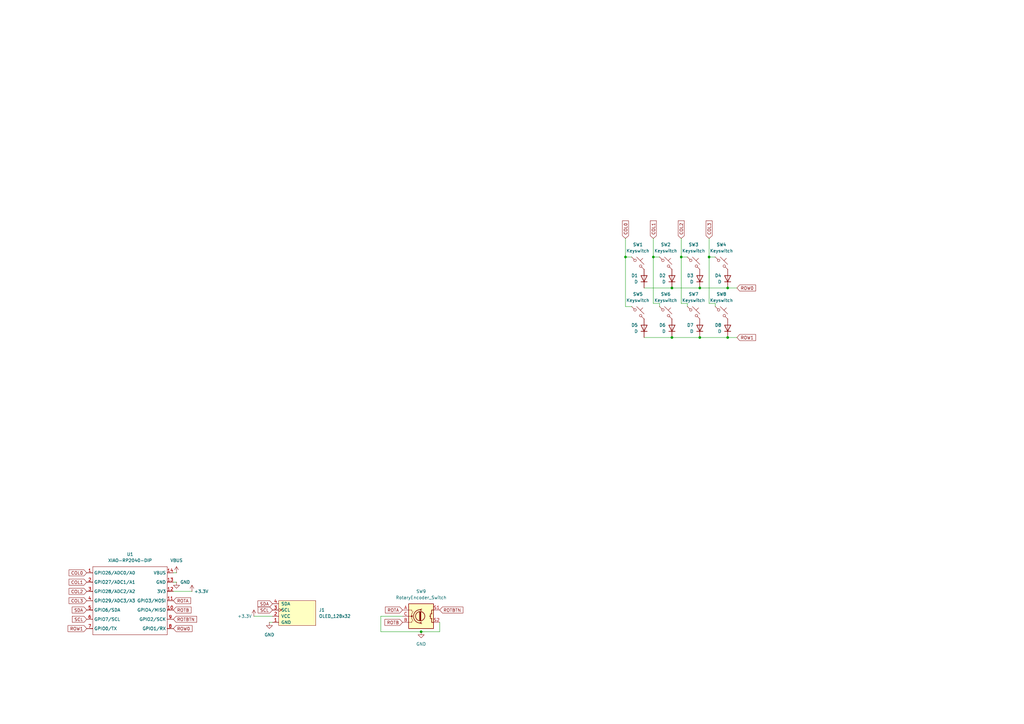
<source format=kicad_sch>
(kicad_sch (version 20231120) (generator "eeschema") (generator_version "8.0")
  (paper "A3")
  (lib_symbols
    (symbol "Device:D" (pin_numbers hide) (pin_names (offset 1.016) hide)
      (property "Reference" "D" (at 0 2.54 0))
      (property "Value" "D" (at 0 -2.54 0))
      (symbol "D_0_1"
        (polyline (pts (xy -1.27 1.27) (xy -1.27 -1.27)) (stroke (width 0.254)))
        (polyline (pts (xy 1.27 0) (xy -1.27 0)))
        (polyline (pts (xy 1.27 1.27) (xy 1.27 -1.27) (xy -1.27 0) (xy 1.27 1.27)) (stroke (width 0.254)))
      )
      (symbol "D_1_1"
        (pin passive line (at -3.81 0 0) (length 2.54) (name "K") (number "1"))
        (pin passive line (at 3.81 0 180) (length 2.54) (name "A") (number "2"))
      )
    )
    (symbol "Device:RotaryEncoder_Switch" (pin_names (offset 0.254) hide)
      (property "Reference" "SW" (at 0 6.604 0))
      (property "Value" "RotaryEncoder_Switch" (at 0 -6.604 0))
      (symbol "RotaryEncoder_Switch_0_1"
        (rectangle (start -5.08 5.08) (end 5.08 -5.08) (stroke (width 0.254)) (fill (type background)))
        (circle (center -3.81 0) (radius 0.254) (fill (type outline)))
        (circle (center -0.381 0) (radius 1.905) (stroke (width 0.254)))
        (arc (start -0.381 2.667) (mid -3.0988 -0.0635) (end -0.381 -2.794) (stroke (width 0.254)))
        (polyline (pts (xy -0.635 -1.778) (xy -0.635 1.778)) (stroke (width 0.254)))
        (polyline (pts (xy -0.381 -1.778) (xy -0.381 1.778)) (stroke (width 0.254)))
        (polyline (pts (xy -0.127 1.778) (xy -0.127 -1.778)) (stroke (width 0.254)))
        (polyline (pts (xy 3.81 0) (xy 3.429 0)) (stroke (width 0.254)))
        (polyline (pts (xy 3.81 1.016) (xy 3.81 -1.016)) (stroke (width 0.254)))
        (polyline (pts (xy -5.08 -2.54) (xy -3.81 -2.54) (xy -3.81 -2.032)))
        (polyline (pts (xy -5.08 2.54) (xy -3.81 2.54) (xy -3.81 2.032)))
        (polyline (pts (xy 0.254 -3.048) (xy -0.508 -2.794) (xy 0.127 -2.413)) (stroke (width 0.254)))
        (polyline (pts (xy 0.254 2.921) (xy -0.508 2.667) (xy 0.127 2.286)) (stroke (width 0.254)))
        (polyline (pts (xy 5.08 -2.54) (xy 4.318 -2.54) (xy 4.318 -1.016)) (stroke (width 0.254)))
        (polyline (pts (xy 5.08 2.54) (xy 4.318 2.54) (xy 4.318 1.016)) (stroke (width 0.254)))
        (polyline (pts (xy -5.08 0) (xy -3.81 0) (xy -3.81 -1.016) (xy -3.302 -2.032)))
        (polyline (pts (xy -4.318 0) (xy -3.81 0) (xy -3.81 1.016) (xy -3.302 2.032)))
        (circle (center 4.318 -1.016) (radius 0.127) (stroke (width 0.254)))
        (circle (center 4.318 1.016) (radius 0.127) (stroke (width 0.254)))
      )
      (symbol "RotaryEncoder_Switch_1_1"
        (pin passive line (at -7.62 2.54 0) (length 2.54) (name "A") (number "A"))
        (pin passive line (at -7.62 -2.54 0) (length 2.54) (name "B") (number "B"))
        (pin passive line (at -7.62 0 0) (length 2.54) (name "C") (number "C"))
        (pin passive line (at 7.62 2.54 180) (length 2.54) (name "S1") (number "S1"))
        (pin passive line (at 7.62 -2.54 180) (length 2.54) (name "S2") (number "S2"))
      )
    )
    (symbol "ScottoKeebs:OLED_128x32" (pin_names (offset 1.016))
      (property "Reference" "J" (at 0 -6.35 0))
      (property "Value" "OLED_128x32" (at 0 6.35 0))
      (symbol "OLED_128x32_0_1"
        (rectangle (start 0 5.08) (end 15.24 -5.08) (fill (type background)))
      )
      (symbol "OLED_128x32_1_1"
        (pin power_in line (at -2.54 -3.81 0) (length 2.54) (name "GND") (number "1"))
        (pin power_in line (at -2.54 -1.27 0) (length 2.54) (name "VCC") (number "2"))
        (pin input clock (at -2.54 1.27 0) (length 2.54) (name "SCL") (number "3"))
        (pin bidirectional line (at -2.54 3.81 0) (length 2.54) (name "SDA") (number "4"))
      )
    )
    (symbol "Seeed_Studio_XIAO_Series:XIAO-RP2040-DIP"
      (property "Reference" "U" (at 0 0 0))
      (property "Value" "XIAO-RP2040-DIP" (at 5.334 -1.778 0))
      (symbol "XIAO-RP2040-DIP_1_0"
        (polyline (pts (xy -1.27 -30.48) (xy -1.27 -16.51)) (stroke (width 0.1524)))
        (polyline (pts (xy -1.27 -27.94) (xy -2.54 -27.94)) (stroke (width 0.1524)))
        (polyline (pts (xy -1.27 -24.13) (xy -2.54 -24.13)) (stroke (width 0.1524)))
        (polyline (pts (xy -1.27 -20.32) (xy -2.54 -20.32)) (stroke (width 0.1524)))
        (polyline (pts (xy -1.27 -16.51) (xy -2.54 -16.51)) (stroke (width 0.1524)))
        (polyline (pts (xy -1.27 -16.51) (xy -1.27 -12.7)) (stroke (width 0.1524)))
        (polyline (pts (xy -1.27 -12.7) (xy -2.54 -12.7)) (stroke (width 0.1524)))
        (polyline (pts (xy -1.27 -12.7) (xy -1.27 -8.89)) (stroke (width 0.1524)))
        (polyline (pts (xy -1.27 -8.89) (xy -2.54 -8.89)) (stroke (width 0.1524)))
        (polyline (pts (xy -1.27 -8.89) (xy -1.27 -5.08)) (stroke (width 0.1524)))
        (polyline (pts (xy -1.27 -5.08) (xy -2.54 -5.08)) (stroke (width 0.1524)))
        (polyline (pts (xy -1.27 -5.08) (xy -1.27 -2.54)) (stroke (width 0.1524)))
        (polyline (pts (xy -1.27 -2.54) (xy 29.21 -2.54)) (stroke (width 0.1524)))
        (polyline (pts (xy 29.21 -30.48) (xy -1.27 -30.48)) (stroke (width 0.1524)))
        (polyline (pts (xy 29.21 -12.7) (xy 29.21 -30.48)) (stroke (width 0.1524)))
        (polyline (pts (xy 29.21 -8.89) (xy 29.21 -12.7)) (stroke (width 0.1524)))
        (polyline (pts (xy 29.21 -5.08) (xy 29.21 -8.89)) (stroke (width 0.1524)))
        (polyline (pts (xy 29.21 -2.54) (xy 29.21 -5.08)) (stroke (width 0.1524)))
        (polyline (pts (xy 30.48 -27.94) (xy 29.21 -27.94)) (stroke (width 0.1524)))
        (polyline (pts (xy 30.48 -24.13) (xy 29.21 -24.13)) (stroke (width 0.1524)))
        (polyline (pts (xy 30.48 -20.32) (xy 29.21 -20.32)) (stroke (width 0.1524)))
        (polyline (pts (xy 30.48 -16.51) (xy 29.21 -16.51)) (stroke (width 0.1524)))
        (polyline (pts (xy 30.48 -12.7) (xy 29.21 -12.7)) (stroke (width 0.1524)))
        (polyline (pts (xy 30.48 -8.89) (xy 29.21 -8.89)) (stroke (width 0.1524)))
        (polyline (pts (xy 30.48 -5.08) (xy 29.21 -5.08)) (stroke (width 0.1524)))
        (pin passive line (at -3.81 -5.08 0) (length 2.54) (name "GPIO26/ADC0/A0") (number "1"))
        (pin passive line (at 31.75 -20.32 180) (length 2.54) (name "GPIO4/MISO") (number "10"))
        (pin passive line (at 31.75 -16.51 180) (length 2.54) (name "GPIO3/MOSI") (number "11"))
        (pin passive line (at 31.75 -12.7 180) (length 2.54) (name "3V3") (number "12"))
        (pin passive line (at 31.75 -8.89 180) (length 2.54) (name "GND") (number "13"))
        (pin passive line (at 31.75 -5.08 180) (length 2.54) (name "VBUS") (number "14"))
        (pin passive line (at -3.81 -8.89 0) (length 2.54) (name "GPIO27/ADC1/A1") (number "2"))
        (pin passive line (at -3.81 -12.7 0) (length 2.54) (name "GPIO28/ADC2/A2") (number "3"))
        (pin passive line (at -3.81 -16.51 0) (length 2.54) (name "GPIO29/ADC3/A3") (number "4"))
        (pin passive line (at -3.81 -20.32 0) (length 2.54) (name "GPIO6/SDA") (number "5"))
        (pin passive line (at -3.81 -24.13 0) (length 2.54) (name "GPIO7/SCL") (number "6"))
        (pin passive line (at -3.81 -27.94 0) (length 2.54) (name "GPIO0/TX") (number "7"))
        (pin passive line (at 31.75 -27.94 180) (length 2.54) (name "GPIO1/RX") (number "8"))
        (pin passive line (at 31.75 -24.13 180) (length 2.54) (name "GPIO2/SCK") (number "9"))
      )
    )
    (symbol "Switch:SW_Push_45deg" (pin_numbers hide) (pin_names (offset 1.016) hide)
      (property "Reference" "SW" (at 3.048 1.016 0))
      (property "Value" "SW_Push_45deg" (at 0 -3.81 0))
      (symbol "SW_Push_45deg_0_1"
        (circle (center -1.1684 1.1684) (radius 0.508))
        (polyline (pts (xy -0.508 2.54) (xy 2.54 -0.508)))
        (polyline (pts (xy 1.016 1.016) (xy 2.032 2.032)))
        (polyline (pts (xy -2.54 2.54) (xy -1.524 1.524) (xy -1.524 1.524)))
        (polyline (pts (xy 1.524 -1.524) (xy 2.54 -2.54) (xy 2.54 -2.54) (xy 2.54 -2.54)))
        (circle (center 1.143 -1.1938) (radius 0.508))
        (pin passive line (at -2.54 2.54 0) (length 0) (name "1") (number "1"))
        (pin passive line (at 2.54 -2.54 180) (length 0) (name "2") (number "2"))
      )
    )
    (symbol "power:+3.3V" (power) (pin_numbers hide) (pin_names (offset 0) hide)
      (property "Value" "+3.3V" (at 0 3.556 0))
      (symbol "+3.3V_0_1"
        (polyline (pts (xy -0.762 1.27) (xy 0 2.54)))
        (polyline (pts (xy 0 0) (xy 0 2.54)))
        (polyline (pts (xy 0 2.54) (xy 0.762 1.27)))
      )
      (symbol "+3.3V_1_1"
        (pin power_in line (at 0 0 90) (length 0) (name "~") (number "1"))
      )
    )
    (symbol "power:GND" (power) (pin_numbers hide) (pin_names (offset 0) hide)
      (property "Value" "GND" (at 0 -3.81 0))
      (symbol "GND_0_1"
        (polyline (pts (xy 0 0) (xy 0 -1.27) (xy 1.27 -1.27) (xy 0 -2.54) (xy -1.27 -1.27) (xy 0 -1.27)))
      )
      (symbol "GND_1_1"
        (pin power_in line (at 0 0 270) (length 0) (name "~") (number "1"))
      )
    )
    (symbol "power:VBUS" (power) (pin_numbers hide) (pin_names (offset 0) hide)
      (property "Value" "VBUS" (at 0 3.556 0))
      (symbol "VBUS_0_1"
        (polyline (pts (xy -0.762 1.27) (xy 0 2.54)))
        (polyline (pts (xy 0 0) (xy 0 2.54)))
        (polyline (pts (xy 0 2.54) (xy 0.762 1.27)))
      )
      (symbol "VBUS_1_1"
        (pin power_in line (at 0 0 90) (length 0) (name "~") (number "1"))
      )
    )
  )
  (junction (at 256.54 105.41))
  (junction (at 298.45 138.43))
  (junction (at 172.72 259.08))
  (junction (at 287.02 138.43))
  (junction (at 275.59 118.11))
  (junction (at 298.45 118.11))
  (junction (at 279.4 105.41))
  (junction (at 267.97 105.41))
  (junction (at 290.83 105.41))
  (junction (at 275.59 138.43))
  (junction (at 287.02 118.11))
  (wire (pts (xy 293.37 105.41) (xy 290.83 105.41)))
  (wire (pts (xy 281.94 124.46) (xy 281.94 125.73)))
  (wire (pts (xy 264.16 118.11) (xy 275.59 118.11)))
  (wire (pts (xy 156.21 259.08) (xy 172.72 259.08)))
  (wire (pts (xy 293.37 124.46) (xy 293.37 125.73)))
  (wire (pts (xy 71.12 234.95) (xy 72.39 234.95)))
  (wire (pts (xy 270.51 124.46) (xy 267.97 124.46)))
  (wire (pts (xy 279.4 124.46) (xy 279.4 105.41)))
  (wire (pts (xy 267.97 97.79) (xy 267.97 105.41)))
  (wire (pts (xy 110.49 255.27) (xy 111.76 255.27)))
  (wire (pts (xy 156.21 252.73) (xy 156.21 259.08)))
  (wire (pts (xy 281.94 124.46) (xy 279.4 124.46)))
  (wire (pts (xy 270.51 124.46) (xy 270.51 125.73)))
  (wire (pts (xy 256.54 125.73) (xy 259.08 125.73)))
  (wire (pts (xy 256.54 105.41) (xy 259.08 105.41)))
  (wire (pts (xy 298.45 138.43) (xy 302.26 138.43)))
  (wire (pts (xy 264.16 138.43) (xy 275.59 138.43)))
  (wire (pts (xy 298.45 118.11) (xy 302.26 118.11)))
  (wire (pts (xy 287.02 138.43) (xy 298.45 138.43)))
  (wire (pts (xy 279.4 97.79) (xy 279.4 105.41)))
  (wire (pts (xy 180.34 255.27) (xy 180.34 259.08)))
  (wire (pts (xy 71.12 242.57) (xy 78.74 242.57)))
  (wire (pts (xy 256.54 97.79) (xy 256.54 105.41)))
  (wire (pts (xy 267.97 124.46) (xy 267.97 105.41)))
  (wire (pts (xy 281.94 105.41) (xy 279.4 105.41)))
  (wire (pts (xy 275.59 138.43) (xy 287.02 138.43)))
  (wire (pts (xy 256.54 105.41) (xy 256.54 125.73)))
  (wire (pts (xy 270.51 105.41) (xy 267.97 105.41)))
  (wire (pts (xy 71.12 238.76) (xy 72.39 238.76)))
  (wire (pts (xy 287.02 118.11) (xy 298.45 118.11)))
  (wire (pts (xy 275.59 118.11) (xy 287.02 118.11)))
  (wire (pts (xy 290.83 97.79) (xy 290.83 105.41)))
  (wire (pts (xy 180.34 259.08) (xy 172.72 259.08)))
  (wire (pts (xy 104.14 252.73) (xy 111.76 252.73)))
  (wire (pts (xy 290.83 124.46) (xy 290.83 105.41)))
  (wire (pts (xy 165.1 252.73) (xy 156.21 252.73)))
  (wire (pts (xy 293.37 124.46) (xy 290.83 124.46)))
  (global_label "COL3" (shape input) (at 35.56 246.38 180) (property "Intersheetrefs" "${INTERSHEET_REFS}" (effects (hide yes))))
  (global_label "COL1" (shape input) (at 267.97 97.79 90) (property "Intersheetrefs" "${INTERSHEET_REFS}" (effects (hide yes))))
  (global_label "ROW0" (shape input) (at 71.12 257.81 0) (property "Intersheetrefs" "${INTERSHEET_REFS}" (effects (hide yes))))
  (global_label "ROW0" (shape input) (at 302.26 118.11 0) (property "Intersheetrefs" "${INTERSHEET_REFS}" (effects (hide yes))))
  (global_label "COL2" (shape input) (at 279.4 97.79 90) (property "Intersheetrefs" "${INTERSHEET_REFS}" (effects (hide yes))))
  (global_label "ROTA" (shape input) (at 165.1 250.19 180) (property "Intersheetrefs" "${INTERSHEET_REFS}" (effects (hide yes))))
  (global_label "ROTBTN" (shape input) (at 180.34 250.19 0) (property "Intersheetrefs" "${INTERSHEET_REFS}" (effects (hide yes))))
  (global_label "ROW1" (shape input) (at 35.56 257.81 180) (property "Intersheetrefs" "${INTERSHEET_REFS}" (effects (hide yes))))
  (global_label "ROTB" (shape input) (at 71.12 250.19 0) (property "Intersheetrefs" "${INTERSHEET_REFS}" (effects (hide yes))))
  (global_label "ROTA" (shape input) (at 71.12 246.38 0) (property "Intersheetrefs" "${INTERSHEET_REFS}" (effects (hide yes))))
  (global_label "COL1" (shape input) (at 35.56 238.76 180) (property "Intersheetrefs" "${INTERSHEET_REFS}" (effects (hide yes))))
  (global_label "COL0" (shape input) (at 35.56 234.95 180) (property "Intersheetrefs" "${INTERSHEET_REFS}" (effects (hide yes))))
  (global_label "COL0" (shape input) (at 256.54 97.79 90) (property "Intersheetrefs" "${INTERSHEET_REFS}" (effects (hide yes))))
  (global_label "SDA" (shape input) (at 35.56 250.19 180) (property "Intersheetrefs" "${INTERSHEET_REFS}" (effects (hide yes))))
  (global_label "SDA" (shape input) (at 111.76 247.65 180) (property "Intersheetrefs" "${INTERSHEET_REFS}" (effects (hide yes))))
  (global_label "ROW1" (shape input) (at 302.26 138.43 0) (property "Intersheetrefs" "${INTERSHEET_REFS}" (effects (hide yes))))
  (global_label "COL2" (shape input) (at 35.56 242.57 180) (property "Intersheetrefs" "${INTERSHEET_REFS}" (effects (hide yes))))
  (global_label "ROTBTN" (shape input) (at 71.12 254 0) (property "Intersheetrefs" "${INTERSHEET_REFS}" (effects (hide yes))))
  (global_label "SCL" (shape input) (at 111.76 250.19 180) (property "Intersheetrefs" "${INTERSHEET_REFS}" (effects (hide yes))))
  (global_label "ROTB" (shape input) (at 165.1 255.27 180) (property "Intersheetrefs" "${INTERSHEET_REFS}" (effects (hide yes))))
  (global_label "COL3" (shape input) (at 290.83 97.79 90) (property "Intersheetrefs" "${INTERSHEET_REFS}" (effects (hide yes))))
  (global_label "SCL" (shape input) (at 35.56 254 180) (property "Intersheetrefs" "${INTERSHEET_REFS}" (effects (hide yes))))
  (symbol (lib_id "Device:D") (at 287.02 134.62 270) (mirror x) (unit 1)
    (property "Reference" "D7" (at 284.48 133.3499 90) (effects (justify right)))
    (property "Value" "D" (at 284.48 135.8899 90) (effects (justify right)))
    (property "Footprint" "Diode_SMD:D_SOD-123" (effects (hide yes)))
    (property "Description" "Diode" (effects (hide yes)))
    (property "Sim.Device" "D" (effects (hide yes)))
    (property "Sim.Pins" "1=K 2=A" (effects (hide yes)))
  )
  (symbol (lib_id "power:VBUS") (at 72.39 234.95 0) (unit 1)
    (property "Reference" "#PWR3" (effects (hide yes)))
    (property "Value" "VBUS" (at 72.39 229.87 0))
    (property "Description" "Power symbol creates a global label with name \"VBUS\"" (effects (hide yes)))
  )
  (symbol (lib_id "power:+3.3V") (at 78.74 242.57 0) (unit 1)
    (property "Reference" "#PWR2" (effects (hide yes)))
    (property "Value" "+3.3V" (at 82.55 242.57 0))
    (property "Description" "Power symbol creates a global label with name \"+3.3V\"" (effects (hide yes)))
  )
  (symbol (lib_id "Device:D") (at 275.59 134.62 270) (mirror x) (unit 1)
    (property "Reference" "D6" (at 273.05 133.3499 90) (effects (justify right)))
    (property "Value" "D" (at 273.05 135.8899 90) (effects (justify right)))
    (property "Footprint" "Diode_SMD:D_SOD-123" (effects (hide yes)))
    (property "Description" "Diode" (effects (hide yes)))
    (property "Sim.Device" "D" (effects (hide yes)))
    (property "Sim.Pins" "1=K 2=A" (effects (hide yes)))
  )
  (symbol (lib_id "Switch:SW_Push_45deg") (at 295.91 107.95 0) (unit 1)
    (property "Reference" "SW4" (at 295.91 100.33 0))
    (property "Value" "Keyswitch" (at 295.91 102.87 0))
    (property "Footprint" "Button_Switch_Keyboard:SW_Cherry_MX_1.00u_PCB" (effects (hide yes)))
    (property "Description" "Push button switch, normally open, two pins, 45° tilted" (effects (hide yes)))
  )
  (symbol (lib_id "Switch:SW_Push_45deg") (at 295.91 128.27 0) (unit 1)
    (property "Reference" "SW8" (at 295.91 120.65 0))
    (property "Value" "Keyswitch" (at 295.91 123.19 0))
    (property "Footprint" "Button_Switch_Keyboard:SW_Cherry_MX_1.00u_PCB" (effects (hide yes)))
    (property "Description" "Push button switch, normally open, two pins, 45° tilted" (effects (hide yes)))
  )
  (symbol (lib_id "Switch:SW_Push_45deg") (at 261.62 128.27 0) (unit 1)
    (property "Reference" "SW5" (at 261.62 120.65 0))
    (property "Value" "Keyswitch" (at 261.62 123.19 0))
    (property "Footprint" "Button_Switch_Keyboard:SW_Cherry_MX_1.00u_PCB" (effects (hide yes)))
    (property "Description" "Push button switch, normally open, two pins, 45° tilted" (effects (hide yes)))
  )
  (symbol (lib_id "Device:D") (at 298.45 114.3 270) (mirror x) (unit 1)
    (property "Reference" "D4" (at 295.91 113.0299 90) (effects (justify right)))
    (property "Value" "D" (at 295.91 115.5699 90) (effects (justify right)))
    (property "Footprint" "Diode_SMD:D_SOD-123" (effects (hide yes)))
    (property "Description" "Diode" (effects (hide yes)))
    (property "Sim.Device" "D" (effects (hide yes)))
    (property "Sim.Pins" "1=K 2=A" (effects (hide yes)))
  )
  (symbol (lib_id "power:GND") (at 72.39 238.76 0) (unit 1)
    (property "Reference" "#PWR1" (effects (hide yes)))
    (property "Value" "GND" (at 75.946 238.76 0))
    (property "Description" "Power symbol creates a global label with name \"GND\" , ground" (effects (hide yes)))
  )
  (symbol (lib_id "power:GND") (at 172.72 259.08 0) (unit 1)
    (property "Reference" "#PWR6" (effects (hide yes)))
    (property "Value" "GND" (at 172.72 264.16 0))
    (property "Description" "Power symbol creates a global label with name \"GND\" , ground" (effects (hide yes)))
  )
  (symbol (lib_id "Switch:SW_Push_45deg") (at 261.62 107.95 0) (unit 1)
    (property "Reference" "SW1" (at 261.62 100.33 0))
    (property "Value" "Keyswitch" (at 261.62 102.87 0))
    (property "Footprint" "Button_Switch_Keyboard:SW_Cherry_MX_1.00u_PCB" (effects (hide yes)))
    (property "Description" "Push button switch, normally open, two pins, 45° tilted" (effects (hide yes)))
  )
  (symbol (lib_id "Switch:SW_Push_45deg") (at 273.05 128.27 0) (unit 1)
    (property "Reference" "SW6" (at 273.05 120.65 0))
    (property "Value" "Keyswitch" (at 273.05 123.19 0))
    (property "Footprint" "Button_Switch_Keyboard:SW_Cherry_MX_1.00u_PCB" (effects (hide yes)))
    (property "Description" "Push button switch, normally open, two pins, 45° tilted" (effects (hide yes)))
  )
  (symbol (lib_id "Device:D") (at 287.02 114.3 270) (mirror x) (unit 1)
    (property "Reference" "D3" (at 284.48 113.0299 90) (effects (justify right)))
    (property "Value" "D" (at 284.48 115.5699 90) (effects (justify right)))
    (property "Footprint" "Diode_SMD:D_SOD-123" (effects (hide yes)))
    (property "Description" "Diode" (effects (hide yes)))
    (property "Sim.Device" "D" (effects (hide yes)))
    (property "Sim.Pins" "1=K 2=A" (effects (hide yes)))
  )
  (symbol (lib_id "Device:RotaryEncoder_Switch") (at 172.72 252.73 0) (unit 1)
    (property "Reference" "SW9" (at 172.72 242.57 0))
    (property "Value" "RotaryEncoder_Switch" (at 172.72 245.11 0))
    (property "Footprint" "Rotary_Encoder:RotaryEncoder_Alps_EC11E-Switch_Vertical_H20mm" (effects (hide yes)))
    (property "Description" "Rotary encoder, dual channel, incremental quadrate outputs, with switch" (effects (hide yes)))
  )
  (symbol (lib_id "Seeed_Studio_XIAO_Series:XIAO-RP2040-DIP") (at 39.37 229.87 0) (unit 1)
    (property "Reference" "U1" (at 53.34 227.33 0))
    (property "Value" "XIAO-RP2040-DIP" (at 53.34 229.87 0))
    (property "Footprint" "XIAO_PCB:XIAO-RP2040-SMD" (effects (hide yes)))
  )
  (symbol (lib_id "power:+3.3V") (at 104.14 252.73 0) (mirror y) (unit 1)
    (property "Reference" "#PWR4" (effects (hide yes)))
    (property "Value" "+3.3V" (at 100.33 252.73 0))
    (property "Description" "Power symbol creates a global label with name \"+3.3V\"" (effects (hide yes)))
  )
  (symbol (lib_id "Device:D") (at 298.45 134.62 270) (mirror x) (unit 1)
    (property "Reference" "D8" (at 295.91 133.3499 90) (effects (justify right)))
    (property "Value" "D" (at 295.91 135.8899 90) (effects (justify right)))
    (property "Footprint" "Diode_SMD:D_SOD-123" (effects (hide yes)))
    (property "Description" "Diode" (effects (hide yes)))
    (property "Sim.Device" "D" (effects (hide yes)))
    (property "Sim.Pins" "1=K 2=A" (effects (hide yes)))
  )
  (symbol (lib_id "Switch:SW_Push_45deg") (at 284.48 128.27 0) (unit 1)
    (property "Reference" "SW7" (at 284.48 120.65 0))
    (property "Value" "Keyswitch" (at 284.48 123.19 0))
    (property "Footprint" "Button_Switch_Keyboard:SW_Cherry_MX_1.00u_PCB" (effects (hide yes)))
    (property "Description" "Push button switch, normally open, two pins, 45° tilted" (effects (hide yes)))
  )
  (symbol (lib_id "Switch:SW_Push_45deg") (at 284.48 107.95 0) (unit 1)
    (property "Reference" "SW3" (at 284.48 100.33 0))
    (property "Value" "Keyswitch" (at 284.48 102.87 0))
    (property "Footprint" "Button_Switch_Keyboard:SW_Cherry_MX_1.00u_PCB" (effects (hide yes)))
    (property "Description" "Push button switch, normally open, two pins, 45° tilted" (effects (hide yes)))
  )
  (symbol (lib_id "Device:D") (at 264.16 114.3 270) (mirror x) (unit 1)
    (property "Reference" "D1" (at 261.62 113.0299 90) (effects (justify right)))
    (property "Value" "D" (at 261.62 115.5699 90) (effects (justify right)))
    (property "Footprint" "Diode_SMD:D_SOD-123" (effects (hide yes)))
    (property "Description" "Diode" (effects (hide yes)))
    (property "Sim.Device" "D" (effects (hide yes)))
    (property "Sim.Pins" "1=K 2=A" (effects (hide yes)))
  )
  (symbol (lib_id "Device:D") (at 264.16 134.62 270) (mirror x) (unit 1)
    (property "Reference" "D5" (at 261.62 133.3499 90) (effects (justify right)))
    (property "Value" "D" (at 261.62 135.8899 90) (effects (justify right)))
    (property "Footprint" "Diode_SMD:D_SOD-123" (effects (hide yes)))
    (property "Description" "Diode" (effects (hide yes)))
    (property "Sim.Device" "D" (effects (hide yes)))
    (property "Sim.Pins" "1=K 2=A" (effects (hide yes)))
  )
  (symbol (lib_id "Switch:SW_Push_45deg") (at 273.05 107.95 0) (unit 1)
    (property "Reference" "SW2" (at 273.05 100.33 0))
    (property "Value" "Keyswitch" (at 273.05 102.87 0))
    (property "Footprint" "Button_Switch_Keyboard:SW_Cherry_MX_1.00u_PCB" (effects (hide yes)))
    (property "Description" "Push button switch, normally open, two pins, 45° tilted" (effects (hide yes)))
  )
  (symbol (lib_id "Device:D") (at 275.59 114.3 270) (mirror x) (unit 1)
    (property "Reference" "D2" (at 273.05 113.0299 90) (effects (justify right)))
    (property "Value" "D" (at 273.05 115.5699 90) (effects (justify right)))
    (property "Footprint" "Diode_SMD:D_SOD-123" (effects (hide yes)))
    (property "Description" "Diode" (effects (hide yes)))
    (property "Sim.Device" "D" (effects (hide yes)))
    (property "Sim.Pins" "1=K 2=A" (effects (hide yes)))
  )
  (symbol (lib_id "power:GND") (at 110.49 255.27 0) (unit 1)
    (property "Reference" "#PWR5" (effects (hide yes)))
    (property "Value" "GND" (at 110.49 260.35 0))
    (property "Description" "Power symbol creates a global label with name \"GND\" , ground" (effects (hide yes)))
  )
  (symbol (lib_id "ScottoKeebs:OLED_128x32") (at 114.3 251.46 0) (unit 1)
    (property "Reference" "J1" (at 130.81 250.1899 0) (effects (justify left)))
    (property "Value" "OLED_128x32" (at 130.81 252.7299 0) (effects (justify left)))
    (property "Footprint" "Display:Adafruit_SSD1306" (effects (hide yes)))
  )
)
</source>
